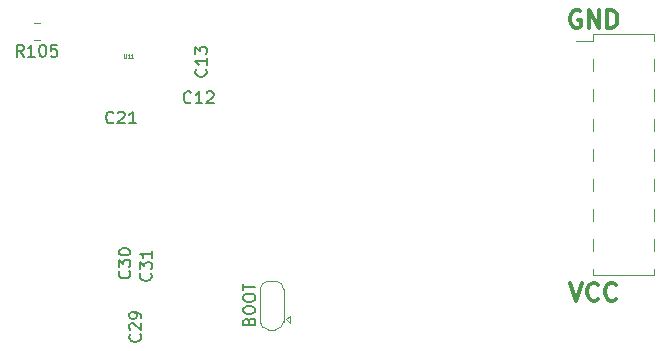
<source format=gbr>
G04 #@! TF.GenerationSoftware,KiCad,Pcbnew,(5.0.0)*
G04 #@! TF.CreationDate,2020-04-06T18:27:32+02:00*
G04 #@! TF.ProjectId,MainBoard,4D61696E426F6172642E6B696361645F,rev?*
G04 #@! TF.SameCoordinates,Original*
G04 #@! TF.FileFunction,Legend,Top*
G04 #@! TF.FilePolarity,Positive*
%FSLAX46Y46*%
G04 Gerber Fmt 4.6, Leading zero omitted, Abs format (unit mm)*
G04 Created by KiCad (PCBNEW (5.0.0)) date 04/06/20 18:27:32*
%MOMM*%
%LPD*%
G01*
G04 APERTURE LIST*
%ADD10C,0.300000*%
%ADD11C,0.120000*%
%ADD12C,0.074930*%
%ADD13C,0.150000*%
G04 APERTURE END LIST*
D10*
X185225000Y-95878571D02*
X185725000Y-97378571D01*
X186225000Y-95878571D01*
X187582142Y-97235714D02*
X187510714Y-97307142D01*
X187296428Y-97378571D01*
X187153571Y-97378571D01*
X186939285Y-97307142D01*
X186796428Y-97164285D01*
X186725000Y-97021428D01*
X186653571Y-96735714D01*
X186653571Y-96521428D01*
X186725000Y-96235714D01*
X186796428Y-96092857D01*
X186939285Y-95950000D01*
X187153571Y-95878571D01*
X187296428Y-95878571D01*
X187510714Y-95950000D01*
X187582142Y-96021428D01*
X189082142Y-97235714D02*
X189010714Y-97307142D01*
X188796428Y-97378571D01*
X188653571Y-97378571D01*
X188439285Y-97307142D01*
X188296428Y-97164285D01*
X188225000Y-97021428D01*
X188153571Y-96735714D01*
X188153571Y-96521428D01*
X188225000Y-96235714D01*
X188296428Y-96092857D01*
X188439285Y-95950000D01*
X188653571Y-95878571D01*
X188796428Y-95878571D01*
X189010714Y-95950000D01*
X189082142Y-96021428D01*
X186057142Y-72850000D02*
X185914285Y-72778571D01*
X185700000Y-72778571D01*
X185485714Y-72850000D01*
X185342857Y-72992857D01*
X185271428Y-73135714D01*
X185200000Y-73421428D01*
X185200000Y-73635714D01*
X185271428Y-73921428D01*
X185342857Y-74064285D01*
X185485714Y-74207142D01*
X185700000Y-74278571D01*
X185842857Y-74278571D01*
X186057142Y-74207142D01*
X186128571Y-74135714D01*
X186128571Y-73635714D01*
X185842857Y-73635714D01*
X186771428Y-74278571D02*
X186771428Y-72778571D01*
X187628571Y-74278571D01*
X187628571Y-72778571D01*
X188342857Y-74278571D02*
X188342857Y-72778571D01*
X188700000Y-72778571D01*
X188914285Y-72850000D01*
X189057142Y-72992857D01*
X189128571Y-73135714D01*
X189200000Y-73421428D01*
X189200000Y-73635714D01*
X189128571Y-73921428D01*
X189057142Y-74064285D01*
X188914285Y-74207142D01*
X188700000Y-74278571D01*
X188342857Y-74278571D01*
D11*
G04 #@! TO.C,P2*
X187138000Y-74793800D02*
X192338000Y-74793800D01*
X187138000Y-95233800D02*
X192338000Y-95233800D01*
X185698000Y-75363800D02*
X187138000Y-75363800D01*
X187138000Y-74793800D02*
X187138000Y-75363800D01*
X192338000Y-74793800D02*
X192338000Y-75363800D01*
X187138000Y-94663800D02*
X187138000Y-95233800D01*
X192338000Y-94663800D02*
X192338000Y-95233800D01*
X187138000Y-76883800D02*
X187138000Y-77903800D01*
X192338000Y-76883800D02*
X192338000Y-77903800D01*
X187138000Y-79423800D02*
X187138000Y-80443800D01*
X192338000Y-79423800D02*
X192338000Y-80443800D01*
X187138000Y-81963800D02*
X187138000Y-82983800D01*
X192338000Y-81963800D02*
X192338000Y-82983800D01*
X187138000Y-84503800D02*
X187138000Y-85523800D01*
X192338000Y-84503800D02*
X192338000Y-85523800D01*
X187138000Y-87043800D02*
X187138000Y-88063800D01*
X192338000Y-87043800D02*
X192338000Y-88063800D01*
X187138000Y-89583800D02*
X187138000Y-90603800D01*
X192338000Y-89583800D02*
X192338000Y-90603800D01*
X187138000Y-92123800D02*
X187138000Y-93143800D01*
X192338000Y-92123800D02*
X192338000Y-93143800D01*
G04 #@! TO.C,JP1*
X161150000Y-98975000D02*
X161450000Y-98675000D01*
X161450000Y-99275000D02*
X161450000Y-98675000D01*
X161150000Y-98975000D02*
X161450000Y-99275000D01*
X160250000Y-99825000D02*
X159650000Y-99825000D01*
X160950000Y-96375000D02*
X160950000Y-99175000D01*
X159650000Y-95725000D02*
X160250000Y-95725000D01*
X158950000Y-99175000D02*
X158950000Y-96375000D01*
X158950000Y-96425000D02*
G75*
G02X159650000Y-95725000I700000J0D01*
G01*
X160250000Y-95725000D02*
G75*
G02X160950000Y-96425000I0J-700000D01*
G01*
X160950000Y-99125000D02*
G75*
G02X160250000Y-99825000I-700000J0D01*
G01*
X159650000Y-99825000D02*
G75*
G02X158950000Y-99125000I0J700000D01*
G01*
G04 #@! TO.C,R105*
X140311252Y-73915000D02*
X139788748Y-73915000D01*
X140311252Y-75335000D02*
X139788748Y-75335000D01*
G04 #@! TD*
G04 #@! TO.C,U11*
D12*
X147453918Y-76535867D02*
X147453918Y-76778498D01*
X147468190Y-76807042D01*
X147482462Y-76821315D01*
X147511007Y-76835587D01*
X147568097Y-76835587D01*
X147596641Y-76821315D01*
X147610914Y-76807042D01*
X147625186Y-76778498D01*
X147625186Y-76535867D01*
X147924906Y-76835587D02*
X147753638Y-76835587D01*
X147839272Y-76835587D02*
X147839272Y-76535867D01*
X147810727Y-76578684D01*
X147782182Y-76607229D01*
X147753638Y-76621501D01*
X148210354Y-76835587D02*
X148039085Y-76835587D01*
X148124720Y-76835587D02*
X148124720Y-76535867D01*
X148096175Y-76578684D01*
X148067630Y-76607229D01*
X148039085Y-76621501D01*
G04 #@! TO.C,C12*
D13*
X153107142Y-80575142D02*
X153059523Y-80622761D01*
X152916666Y-80670380D01*
X152821428Y-80670380D01*
X152678571Y-80622761D01*
X152583333Y-80527523D01*
X152535714Y-80432285D01*
X152488095Y-80241809D01*
X152488095Y-80098952D01*
X152535714Y-79908476D01*
X152583333Y-79813238D01*
X152678571Y-79718000D01*
X152821428Y-79670380D01*
X152916666Y-79670380D01*
X153059523Y-79718000D01*
X153107142Y-79765619D01*
X154059523Y-80670380D02*
X153488095Y-80670380D01*
X153773809Y-80670380D02*
X153773809Y-79670380D01*
X153678571Y-79813238D01*
X153583333Y-79908476D01*
X153488095Y-79956095D01*
X154440476Y-79765619D02*
X154488095Y-79718000D01*
X154583333Y-79670380D01*
X154821428Y-79670380D01*
X154916666Y-79718000D01*
X154964285Y-79765619D01*
X155011904Y-79860857D01*
X155011904Y-79956095D01*
X154964285Y-80098952D01*
X154392857Y-80670380D01*
X155011904Y-80670380D01*
G04 #@! TO.C,C13*
X154357142Y-77792857D02*
X154404761Y-77840476D01*
X154452380Y-77983333D01*
X154452380Y-78078571D01*
X154404761Y-78221428D01*
X154309523Y-78316666D01*
X154214285Y-78364285D01*
X154023809Y-78411904D01*
X153880952Y-78411904D01*
X153690476Y-78364285D01*
X153595238Y-78316666D01*
X153500000Y-78221428D01*
X153452380Y-78078571D01*
X153452380Y-77983333D01*
X153500000Y-77840476D01*
X153547619Y-77792857D01*
X154452380Y-76840476D02*
X154452380Y-77411904D01*
X154452380Y-77126190D02*
X153452380Y-77126190D01*
X153595238Y-77221428D01*
X153690476Y-77316666D01*
X153738095Y-77411904D01*
X153452380Y-76507142D02*
X153452380Y-75888095D01*
X153833333Y-76221428D01*
X153833333Y-76078571D01*
X153880952Y-75983333D01*
X153928571Y-75935714D01*
X154023809Y-75888095D01*
X154261904Y-75888095D01*
X154357142Y-75935714D01*
X154404761Y-75983333D01*
X154452380Y-76078571D01*
X154452380Y-76364285D01*
X154404761Y-76459523D01*
X154357142Y-76507142D01*
G04 #@! TO.C,C21*
X146532142Y-82282142D02*
X146484523Y-82329761D01*
X146341666Y-82377380D01*
X146246428Y-82377380D01*
X146103571Y-82329761D01*
X146008333Y-82234523D01*
X145960714Y-82139285D01*
X145913095Y-81948809D01*
X145913095Y-81805952D01*
X145960714Y-81615476D01*
X146008333Y-81520238D01*
X146103571Y-81425000D01*
X146246428Y-81377380D01*
X146341666Y-81377380D01*
X146484523Y-81425000D01*
X146532142Y-81472619D01*
X146913095Y-81472619D02*
X146960714Y-81425000D01*
X147055952Y-81377380D01*
X147294047Y-81377380D01*
X147389285Y-81425000D01*
X147436904Y-81472619D01*
X147484523Y-81567857D01*
X147484523Y-81663095D01*
X147436904Y-81805952D01*
X146865476Y-82377380D01*
X147484523Y-82377380D01*
X148436904Y-82377380D02*
X147865476Y-82377380D01*
X148151190Y-82377380D02*
X148151190Y-81377380D01*
X148055952Y-81520238D01*
X147960714Y-81615476D01*
X147865476Y-81663095D01*
G04 #@! TO.C,C29*
X148782142Y-100242857D02*
X148829761Y-100290476D01*
X148877380Y-100433333D01*
X148877380Y-100528571D01*
X148829761Y-100671428D01*
X148734523Y-100766666D01*
X148639285Y-100814285D01*
X148448809Y-100861904D01*
X148305952Y-100861904D01*
X148115476Y-100814285D01*
X148020238Y-100766666D01*
X147925000Y-100671428D01*
X147877380Y-100528571D01*
X147877380Y-100433333D01*
X147925000Y-100290476D01*
X147972619Y-100242857D01*
X147972619Y-99861904D02*
X147925000Y-99814285D01*
X147877380Y-99719047D01*
X147877380Y-99480952D01*
X147925000Y-99385714D01*
X147972619Y-99338095D01*
X148067857Y-99290476D01*
X148163095Y-99290476D01*
X148305952Y-99338095D01*
X148877380Y-99909523D01*
X148877380Y-99290476D01*
X148877380Y-98814285D02*
X148877380Y-98623809D01*
X148829761Y-98528571D01*
X148782142Y-98480952D01*
X148639285Y-98385714D01*
X148448809Y-98338095D01*
X148067857Y-98338095D01*
X147972619Y-98385714D01*
X147925000Y-98433333D01*
X147877380Y-98528571D01*
X147877380Y-98719047D01*
X147925000Y-98814285D01*
X147972619Y-98861904D01*
X148067857Y-98909523D01*
X148305952Y-98909523D01*
X148401190Y-98861904D01*
X148448809Y-98814285D01*
X148496428Y-98719047D01*
X148496428Y-98528571D01*
X148448809Y-98433333D01*
X148401190Y-98385714D01*
X148305952Y-98338095D01*
G04 #@! TO.C,C30*
X147882142Y-94867857D02*
X147929761Y-94915476D01*
X147977380Y-95058333D01*
X147977380Y-95153571D01*
X147929761Y-95296428D01*
X147834523Y-95391666D01*
X147739285Y-95439285D01*
X147548809Y-95486904D01*
X147405952Y-95486904D01*
X147215476Y-95439285D01*
X147120238Y-95391666D01*
X147025000Y-95296428D01*
X146977380Y-95153571D01*
X146977380Y-95058333D01*
X147025000Y-94915476D01*
X147072619Y-94867857D01*
X146977380Y-94534523D02*
X146977380Y-93915476D01*
X147358333Y-94248809D01*
X147358333Y-94105952D01*
X147405952Y-94010714D01*
X147453571Y-93963095D01*
X147548809Y-93915476D01*
X147786904Y-93915476D01*
X147882142Y-93963095D01*
X147929761Y-94010714D01*
X147977380Y-94105952D01*
X147977380Y-94391666D01*
X147929761Y-94486904D01*
X147882142Y-94534523D01*
X146977380Y-93296428D02*
X146977380Y-93201190D01*
X147025000Y-93105952D01*
X147072619Y-93058333D01*
X147167857Y-93010714D01*
X147358333Y-92963095D01*
X147596428Y-92963095D01*
X147786904Y-93010714D01*
X147882142Y-93058333D01*
X147929761Y-93105952D01*
X147977380Y-93201190D01*
X147977380Y-93296428D01*
X147929761Y-93391666D01*
X147882142Y-93439285D01*
X147786904Y-93486904D01*
X147596428Y-93534523D01*
X147358333Y-93534523D01*
X147167857Y-93486904D01*
X147072619Y-93439285D01*
X147025000Y-93391666D01*
X146977380Y-93296428D01*
G04 #@! TO.C,C31*
X149682142Y-95067857D02*
X149729761Y-95115476D01*
X149777380Y-95258333D01*
X149777380Y-95353571D01*
X149729761Y-95496428D01*
X149634523Y-95591666D01*
X149539285Y-95639285D01*
X149348809Y-95686904D01*
X149205952Y-95686904D01*
X149015476Y-95639285D01*
X148920238Y-95591666D01*
X148825000Y-95496428D01*
X148777380Y-95353571D01*
X148777380Y-95258333D01*
X148825000Y-95115476D01*
X148872619Y-95067857D01*
X148777380Y-94734523D02*
X148777380Y-94115476D01*
X149158333Y-94448809D01*
X149158333Y-94305952D01*
X149205952Y-94210714D01*
X149253571Y-94163095D01*
X149348809Y-94115476D01*
X149586904Y-94115476D01*
X149682142Y-94163095D01*
X149729761Y-94210714D01*
X149777380Y-94305952D01*
X149777380Y-94591666D01*
X149729761Y-94686904D01*
X149682142Y-94734523D01*
X149777380Y-93163095D02*
X149777380Y-93734523D01*
X149777380Y-93448809D02*
X148777380Y-93448809D01*
X148920238Y-93544047D01*
X149015476Y-93639285D01*
X149063095Y-93734523D01*
G04 #@! TO.C,JP1*
X158003571Y-99132142D02*
X158051190Y-98989285D01*
X158098809Y-98941666D01*
X158194047Y-98894047D01*
X158336904Y-98894047D01*
X158432142Y-98941666D01*
X158479761Y-98989285D01*
X158527380Y-99084523D01*
X158527380Y-99465476D01*
X157527380Y-99465476D01*
X157527380Y-99132142D01*
X157575000Y-99036904D01*
X157622619Y-98989285D01*
X157717857Y-98941666D01*
X157813095Y-98941666D01*
X157908333Y-98989285D01*
X157955952Y-99036904D01*
X158003571Y-99132142D01*
X158003571Y-99465476D01*
X157527380Y-98275000D02*
X157527380Y-98084523D01*
X157575000Y-97989285D01*
X157670238Y-97894047D01*
X157860714Y-97846428D01*
X158194047Y-97846428D01*
X158384523Y-97894047D01*
X158479761Y-97989285D01*
X158527380Y-98084523D01*
X158527380Y-98275000D01*
X158479761Y-98370238D01*
X158384523Y-98465476D01*
X158194047Y-98513095D01*
X157860714Y-98513095D01*
X157670238Y-98465476D01*
X157575000Y-98370238D01*
X157527380Y-98275000D01*
X157527380Y-97227380D02*
X157527380Y-97036904D01*
X157575000Y-96941666D01*
X157670238Y-96846428D01*
X157860714Y-96798809D01*
X158194047Y-96798809D01*
X158384523Y-96846428D01*
X158479761Y-96941666D01*
X158527380Y-97036904D01*
X158527380Y-97227380D01*
X158479761Y-97322619D01*
X158384523Y-97417857D01*
X158194047Y-97465476D01*
X157860714Y-97465476D01*
X157670238Y-97417857D01*
X157575000Y-97322619D01*
X157527380Y-97227380D01*
X157527380Y-96513095D02*
X157527380Y-95941666D01*
X158527380Y-96227380D02*
X157527380Y-96227380D01*
G04 #@! TO.C,R105*
X138930952Y-76727380D02*
X138597619Y-76251190D01*
X138359523Y-76727380D02*
X138359523Y-75727380D01*
X138740476Y-75727380D01*
X138835714Y-75775000D01*
X138883333Y-75822619D01*
X138930952Y-75917857D01*
X138930952Y-76060714D01*
X138883333Y-76155952D01*
X138835714Y-76203571D01*
X138740476Y-76251190D01*
X138359523Y-76251190D01*
X139883333Y-76727380D02*
X139311904Y-76727380D01*
X139597619Y-76727380D02*
X139597619Y-75727380D01*
X139502380Y-75870238D01*
X139407142Y-75965476D01*
X139311904Y-76013095D01*
X140502380Y-75727380D02*
X140597619Y-75727380D01*
X140692857Y-75775000D01*
X140740476Y-75822619D01*
X140788095Y-75917857D01*
X140835714Y-76108333D01*
X140835714Y-76346428D01*
X140788095Y-76536904D01*
X140740476Y-76632142D01*
X140692857Y-76679761D01*
X140597619Y-76727380D01*
X140502380Y-76727380D01*
X140407142Y-76679761D01*
X140359523Y-76632142D01*
X140311904Y-76536904D01*
X140264285Y-76346428D01*
X140264285Y-76108333D01*
X140311904Y-75917857D01*
X140359523Y-75822619D01*
X140407142Y-75775000D01*
X140502380Y-75727380D01*
X141740476Y-75727380D02*
X141264285Y-75727380D01*
X141216666Y-76203571D01*
X141264285Y-76155952D01*
X141359523Y-76108333D01*
X141597619Y-76108333D01*
X141692857Y-76155952D01*
X141740476Y-76203571D01*
X141788095Y-76298809D01*
X141788095Y-76536904D01*
X141740476Y-76632142D01*
X141692857Y-76679761D01*
X141597619Y-76727380D01*
X141359523Y-76727380D01*
X141264285Y-76679761D01*
X141216666Y-76632142D01*
G04 #@! TD*
M02*

</source>
